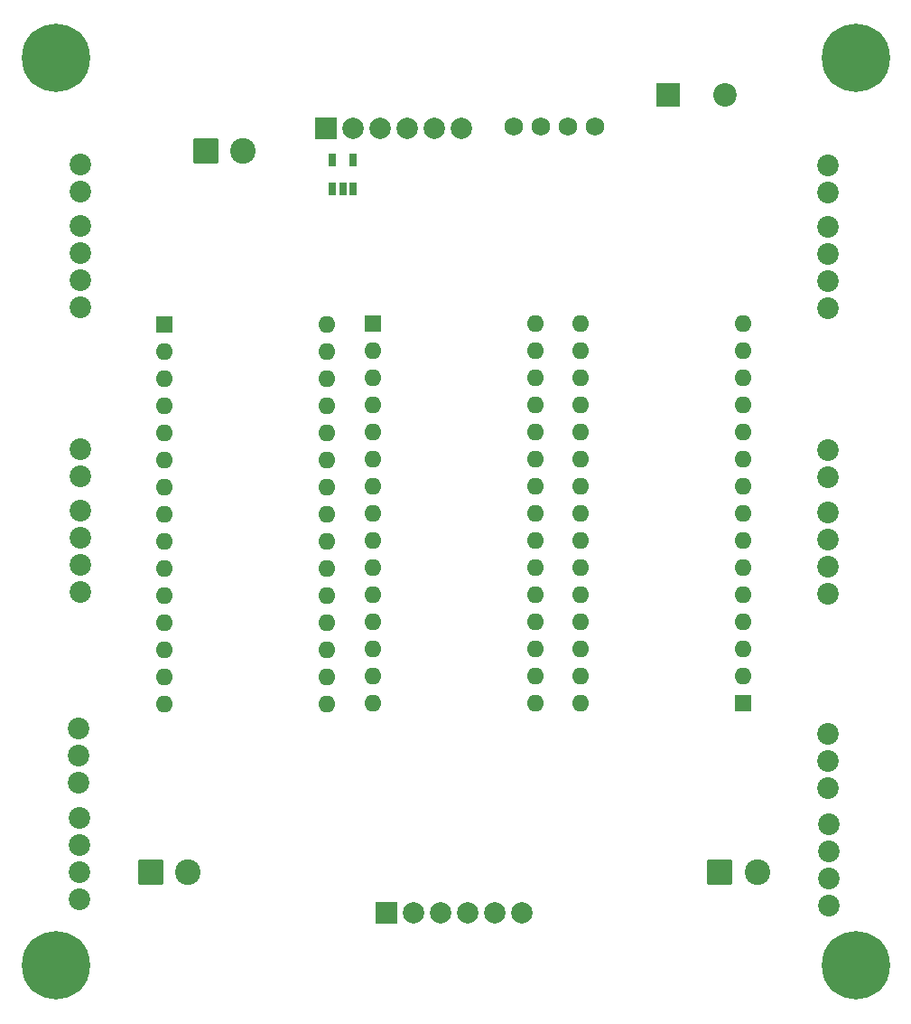
<source format=gbr>
%TF.GenerationSoftware,KiCad,Pcbnew,9.0.0-1.fc41*%
%TF.CreationDate,2025-04-13T20:28:48+02:00*%
%TF.ProjectId,main_board,6d61696e-5f62-46f6-9172-642e6b696361,v1.0*%
%TF.SameCoordinates,Original*%
%TF.FileFunction,Soldermask,Top*%
%TF.FilePolarity,Negative*%
%FSLAX46Y46*%
G04 Gerber Fmt 4.6, Leading zero omitted, Abs format (unit mm)*
G04 Created by KiCad (PCBNEW 9.0.0-1.fc41) date 2025-04-13 20:28:48*
%MOMM*%
%LPD*%
G01*
G04 APERTURE LIST*
G04 Aperture macros list*
%AMRoundRect*
0 Rectangle with rounded corners*
0 $1 Rounding radius*
0 $2 $3 $4 $5 $6 $7 $8 $9 X,Y pos of 4 corners*
0 Add a 4 corners polygon primitive as box body*
4,1,4,$2,$3,$4,$5,$6,$7,$8,$9,$2,$3,0*
0 Add four circle primitives for the rounded corners*
1,1,$1+$1,$2,$3*
1,1,$1+$1,$4,$5*
1,1,$1+$1,$6,$7*
1,1,$1+$1,$8,$9*
0 Add four rect primitives between the rounded corners*
20,1,$1+$1,$2,$3,$4,$5,0*
20,1,$1+$1,$4,$5,$6,$7,0*
20,1,$1+$1,$6,$7,$8,$9,0*
20,1,$1+$1,$8,$9,$2,$3,0*%
G04 Aperture macros list end*
%ADD10R,2.000000X2.000000*%
%ADD11C,2.000000*%
%ADD12C,2.020000*%
%ADD13R,2.200000X2.200000*%
%ADD14C,2.200000*%
%ADD15RoundRect,0.070000X-0.300000X-0.525000X0.300000X-0.525000X0.300000X0.525000X-0.300000X0.525000X0*%
%ADD16RoundRect,0.250001X-0.949999X-0.949999X0.949999X-0.949999X0.949999X0.949999X-0.949999X0.949999X0*%
%ADD17C,2.400000*%
%ADD18C,6.400000*%
%ADD19C,1.734000*%
%ADD20R,1.600000X1.600000*%
%ADD21O,1.600000X1.600000*%
G04 APERTURE END LIST*
D10*
%TO.C,J3*%
X142440000Y-119545000D03*
D11*
X144980000Y-119545000D03*
X147520000Y-119545000D03*
X150060000Y-119545000D03*
X152600000Y-119545000D03*
X155140000Y-119545000D03*
%TD*%
D12*
%TO.C,J15*%
X183900000Y-118870000D03*
X183900000Y-116330000D03*
X183900000Y-113790000D03*
X183900000Y-111250000D03*
%TD*%
%TO.C,J19*%
X183820000Y-78800000D03*
X183820000Y-76260000D03*
%TD*%
D13*
%TO.C,S2*%
X168850000Y-42950000D03*
D14*
X174150000Y-42950000D03*
%TD*%
D15*
%TO.C,U2*%
X137400000Y-51750000D03*
X138350000Y-51750000D03*
X139300000Y-51750000D03*
X139300000Y-49050000D03*
X137400000Y-49050000D03*
%TD*%
D12*
%TO.C,J2*%
X113700000Y-76105000D03*
X113700000Y-78645000D03*
%TD*%
D16*
%TO.C,J11*%
X173700000Y-115800000D03*
D17*
X177200000Y-115800000D03*
%TD*%
D12*
%TO.C,J16*%
X183820000Y-89670000D03*
X183820000Y-87130000D03*
X183820000Y-84590000D03*
X183820000Y-82050000D03*
%TD*%
%TO.C,J10*%
X113700000Y-49495000D03*
X113700000Y-52035000D03*
%TD*%
%TO.C,J17*%
X183800000Y-62955000D03*
X183800000Y-60415000D03*
X183800000Y-57875000D03*
X183800000Y-55335000D03*
%TD*%
D18*
%TO.C,H2*%
X186423250Y-124500000D03*
%TD*%
D12*
%TO.C,J14*%
X113620000Y-110710000D03*
X113620000Y-113250000D03*
X113620000Y-115790000D03*
X113620000Y-118330000D03*
%TD*%
%TO.C,J20*%
X183800000Y-52060000D03*
X183800000Y-49520000D03*
%TD*%
D16*
%TO.C,J1*%
X120350000Y-115800000D03*
D17*
X123850000Y-115800000D03*
%TD*%
D12*
%TO.C,J22*%
X183850000Y-107850000D03*
X183850000Y-105310000D03*
X183850000Y-102770000D03*
%TD*%
D16*
%TO.C,J18*%
X125500000Y-48200000D03*
D17*
X129000000Y-48200000D03*
%TD*%
D12*
%TO.C,J12*%
X113700000Y-55245000D03*
X113700000Y-57785000D03*
X113700000Y-60325000D03*
X113700000Y-62865000D03*
%TD*%
D19*
%TO.C,U1*%
X162010000Y-45900000D03*
X159470000Y-45900000D03*
X156930000Y-45900000D03*
X154390000Y-45900000D03*
%TD*%
D10*
%TO.C,J5*%
X136800000Y-46100000D03*
D11*
X139340000Y-46100000D03*
X141880000Y-46100000D03*
X144420000Y-46100000D03*
X146960000Y-46100000D03*
X149500000Y-46100000D03*
%TD*%
D18*
%TO.C,H1*%
X111436750Y-124500000D03*
%TD*%
D20*
%TO.C,Slave2*%
X175840000Y-99950000D03*
D21*
X175840000Y-97410000D03*
X175840000Y-94870000D03*
X175840000Y-92330000D03*
X175840000Y-89790000D03*
X175840000Y-87250000D03*
X175840000Y-84710000D03*
X175840000Y-82170000D03*
X175840000Y-79630000D03*
X175840000Y-77090000D03*
X175840000Y-74550000D03*
X175840000Y-72010000D03*
X175840000Y-69470000D03*
X175840000Y-66930000D03*
X175840000Y-64390000D03*
X160600000Y-64390000D03*
X160600000Y-66930000D03*
X160600000Y-69470000D03*
X160600000Y-72010000D03*
X160600000Y-74550000D03*
X160600000Y-77090000D03*
X160600000Y-79630000D03*
X160600000Y-82170000D03*
X160600000Y-84710000D03*
X160600000Y-87250000D03*
X160600000Y-89790000D03*
X160600000Y-92330000D03*
X160600000Y-94870000D03*
X160600000Y-97410000D03*
X160600000Y-99950000D03*
%TD*%
D18*
%TO.C,H4*%
X186423250Y-39500000D03*
%TD*%
D20*
%TO.C,Master*%
X141200000Y-64400000D03*
D21*
X141200000Y-66940000D03*
X141200000Y-69480000D03*
X141200000Y-72020000D03*
X141200000Y-74560000D03*
X141200000Y-77100000D03*
X141200000Y-79640000D03*
X141200000Y-82180000D03*
X141200000Y-84720000D03*
X141200000Y-87260000D03*
X141200000Y-89800000D03*
X141200000Y-92340000D03*
X141200000Y-94880000D03*
X141200000Y-97420000D03*
X141200000Y-99960000D03*
X156440000Y-99960000D03*
X156440000Y-97420000D03*
X156440000Y-94880000D03*
X156440000Y-92340000D03*
X156440000Y-89800000D03*
X156440000Y-87260000D03*
X156440000Y-84720000D03*
X156440000Y-82180000D03*
X156440000Y-79640000D03*
X156440000Y-77100000D03*
X156440000Y-74560000D03*
X156440000Y-72020000D03*
X156440000Y-69480000D03*
X156440000Y-66940000D03*
X156440000Y-64400000D03*
%TD*%
D20*
%TO.C,Slave1*%
X121595000Y-64455000D03*
D21*
X121595000Y-66995000D03*
X121595000Y-69535000D03*
X121595000Y-72075000D03*
X121595000Y-74615000D03*
X121595000Y-77155000D03*
X121595000Y-79695000D03*
X121595000Y-82235000D03*
X121595000Y-84775000D03*
X121595000Y-87315000D03*
X121595000Y-89855000D03*
X121595000Y-92395000D03*
X121595000Y-94935000D03*
X121595000Y-97475000D03*
X121595000Y-100015000D03*
X136835000Y-100015000D03*
X136835000Y-97475000D03*
X136835000Y-94935000D03*
X136835000Y-92395000D03*
X136835000Y-89855000D03*
X136835000Y-87315000D03*
X136835000Y-84775000D03*
X136835000Y-82235000D03*
X136835000Y-79695000D03*
X136835000Y-77155000D03*
X136835000Y-74615000D03*
X136835000Y-72075000D03*
X136835000Y-69535000D03*
X136835000Y-66995000D03*
X136835000Y-64455000D03*
%TD*%
D12*
%TO.C,J13*%
X113700000Y-81895000D03*
X113700000Y-84435000D03*
X113700000Y-86975000D03*
X113700000Y-89515000D03*
%TD*%
%TO.C,J21*%
X113600000Y-102270000D03*
X113600000Y-104810000D03*
X113600000Y-107350000D03*
%TD*%
D18*
%TO.C,H3*%
X111436750Y-39500000D03*
%TD*%
M02*

</source>
